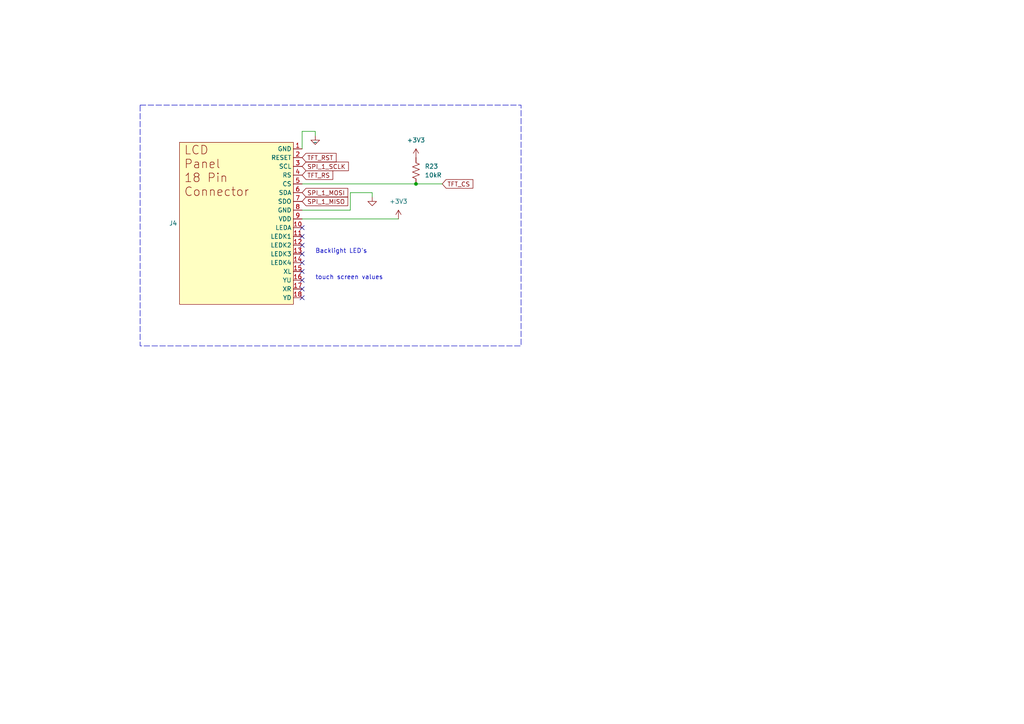
<source format=kicad_sch>
(kicad_sch (version 20230121) (generator eeschema)
  (paper "A4")
  (title_block (title "LCD_Panel") (date "2024-02-27") (rev "1.0") (company "Sidharth Sreeram"))
  (lib_symbols
    (symbol "Device:R_US" (pin_numbers hide) (pin_names (offset 0))
      (property "Reference" "R" (at 2.54 0 90))
      (property "Value" "R_US" (at -2.54 0 90))
      (symbol "R_US_0_1"
        (polyline (pts (xy 0 -2.286) (xy 0 -2.54)))
        (polyline (pts (xy 0 2.286) (xy 0 2.54)))
        (polyline (pts (xy 0 -0.762) (xy 1.016 -1.143) (xy 0 -1.524) (xy -1.016 -1.905) (xy 0 -2.286)))
        (polyline (pts (xy 0 0.762) (xy 1.016 0.381) (xy 0 0) (xy -1.016 -0.381) (xy 0 -0.762)))
        (polyline (pts (xy 0 2.286) (xy 1.016 1.905) (xy 0 1.524) (xy -1.016 1.143) (xy 0 0.762)))
      )
      (symbol "R_US_1_1"
        (pin passive line (at 0 3.81 270) (length 1.27) (name "~") (number "1"))
        (pin passive line (at 0 -3.81 90) (length 1.27) (name "~") (number "2"))
      )
    )
    (symbol "ResinPrinter:LCD_Film_Connector"
      (property "Reference" "J" (at -4.445 22.225 0))
      (symbol "LCD_Film_Connector_1_1"
        (rectangle (start 1.905 22.225) (end 34.925 -24.765) (fill (type background)))
        (text "LCD\nPanel\n18 Pin\nConnector" (at 33.655 13.97 0) (effects (font (size 2.5 2.5)) (justify right)))
        (pin bidirectional line (at -0.635 20.32 0) (length 2.54) (name "GND") (number "1"))
        (pin bidirectional line (at -0.635 -2.54 0) (length 2.54) (name "LEDA") (number "10"))
        (pin bidirectional line (at -0.635 -5.08 0) (length 2.54) (name "LEDK1") (number "11"))
        (pin bidirectional line (at -0.635 -7.62 0) (length 2.54) (name "LEDK2") (number "12"))
        (pin bidirectional line (at -0.635 -10.16 0) (length 2.54) (name "LEDK3") (number "13"))
        (pin bidirectional line (at -0.635 -12.7 0) (length 2.54) (name "LEDK4") (number "14"))
        (pin bidirectional line (at -0.635 -15.24 0) (length 2.54) (name "XL") (number "15"))
        (pin bidirectional line (at -0.635 -17.78 0) (length 2.54) (name "YU") (number "16"))
        (pin bidirectional line (at -0.635 -20.32 0) (length 2.54) (name "XR") (number "17"))
        (pin bidirectional line (at -0.635 -22.86 0) (length 2.54) (name "YD") (number "18"))
        (pin bidirectional line (at -0.635 17.78 0) (length 2.54) (name "RESET") (number "2"))
        (pin bidirectional line (at -0.635 15.24 0) (length 2.54) (name "SCL") (number "3"))
        (pin bidirectional line (at -0.635 12.7 0) (length 2.54) (name "RS") (number "4"))
        (pin bidirectional line (at -0.635 10.16 0) (length 2.54) (name "CS") (number "5"))
        (pin bidirectional line (at -0.635 7.62 0) (length 2.54) (name "SDA") (number "6"))
        (pin bidirectional line (at -0.635 5.08 0) (length 2.54) (name "SDO") (number "7"))
        (pin bidirectional line (at -0.635 2.54 0) (length 2.54) (name "GND") (number "8"))
        (pin bidirectional line (at -0.635 0 0) (length 2.54) (name "VDD") (number "9"))
      )
    )
    (symbol "power:+3V3" (power) (pin_names (offset 0))
      (property "Value" "+3V3" (at 0 3.556 0))
      (symbol "+3V3_0_1"
        (polyline (pts (xy -0.762 1.27) (xy 0 2.54)))
        (polyline (pts (xy 0 0) (xy 0 2.54)))
        (polyline (pts (xy 0 2.54) (xy 0.762 1.27)))
      )
      (symbol "+3V3_1_1"
        (pin power_in line (at 0 0 90) (length 0) hide (name "+3V3") (number "1"))
      )
    )
    (symbol "power:GND" (power) (pin_names (offset 0))
      (property "Value" "GND" (at 0 -3.81 0))
      (symbol "GND_0_1"
        (polyline (pts (xy 0 0) (xy 0 -1.27) (xy 1.27 -1.27) (xy 0 -2.54) (xy -1.27 -1.27) (xy 0 -1.27)))
      )
      (symbol "GND_1_1"
        (pin power_in line (at 0 0 270) (length 0) hide (name "GND") (number "1"))
      )
    )
  )
  (junction (at 120.65 53.34))
  (no_connect (at 87.63 66.04))
  (no_connect (at 87.63 71.12))
  (no_connect (at 87.63 86.36))
  (no_connect (at 87.63 73.66))
  (no_connect (at 87.63 83.82))
  (no_connect (at 87.63 76.2))
  (no_connect (at 87.63 78.74))
  (no_connect (at 87.63 68.58))
  (no_connect (at 87.63 81.28))
  (wire (pts (xy 101.6 55.88) (xy 107.95 55.88)))
  (wire (pts (xy 87.63 60.96) (xy 101.6 60.96)))
  (wire (pts (xy 101.6 60.96) (xy 101.6 55.88)))
  (wire (pts (xy 87.63 63.5) (xy 115.57 63.5)))
  (wire (pts (xy 87.63 43.18) (xy 87.63 38.1)))
  (wire (pts (xy 87.63 38.1) (xy 91.44 38.1)))
  (wire (pts (xy 120.65 53.34) (xy 87.63 53.34)))
  (wire (pts (xy 107.95 55.88) (xy 107.95 57.15)))
  (wire (pts (xy 91.44 38.1) (xy 91.44 39.37)))
  (wire (pts (xy 128.27 53.34) (xy 120.65 53.34)))
  (rectangle (start 40.64 30.48) (end 151.13 100.33) (stroke (width 0) (type dash)))
  (text "Backlight LED's\n" (at 91.44 73.66 0) (effects (font (size 1.27 1.27)) (justify left bottom)))
  (text "touch screen values" (at 91.44 81.28 0) (effects (font (size 1.27 1.27)) (justify left bottom)))
  (global_label "TFT_RST" (shape input) (at 87.63 45.72 0) (property "Intersheetrefs" "${INTERSHEET_REFS}" (effects hide)))
  (global_label "TFT_RS" (shape input) (at 87.63 50.8 0) (property "Intersheetrefs" "${INTERSHEET_REFS}" (effects hide)))
  (global_label "SPI_1_SCLK" (shape input) (at 87.63 48.26 0) (property "Intersheetrefs" "${INTERSHEET_REFS}" (effects hide)))
  (global_label "SPI_1_MOSI" (shape input) (at 87.63 55.88 0) (property "Intersheetrefs" "${INTERSHEET_REFS}" (effects hide)))
  (global_label "SPI_1_MISO" (shape input) (at 87.63 58.42 0) (property "Intersheetrefs" "${INTERSHEET_REFS}" (effects hide)))
  (global_label "TFT_CS" (shape input) (at 128.27 53.34 0) (property "Intersheetrefs" "${INTERSHEET_REFS}" (effects hide)))
  (symbol (lib_id "power:GND") (at 91.44 39.37 0) (unit 1)
    (property "Reference" "#PWR012" (effects hide))
    (property "Value" "GND" (effects hide))
  )
  (symbol (lib_id "Device:R_US") (at 120.65 49.53 0) (unit 1)
    (property "Reference" "R23" (at 123.19 48.26 0) (effects (justify left)))
    (property "Value" "10kR" (at 123.19 50.8 0) (effects (justify left)))
  )
  (symbol (lib_id "power:GND") (at 107.95 57.15 0) (unit 1)
    (property "Reference" "#PWR014" (effects hide))
    (property "Value" "GND" (effects hide))
  )
  (symbol (lib_id "power:+3V3") (at 120.65 45.72 0) (unit 1)
    (property "Reference" "#PWR029" (effects hide))
    (property "Value" "+3V3" (at 120.65 40.64 0))
  )
  (symbol (lib_id "power:+3V3") (at 115.57 63.5 0) (unit 1)
    (property "Reference" "#PWR013" (effects hide))
    (property "Value" "+3V3" (at 115.57 58.42 0))
  )
  (symbol (lib_id "ResinPrinter:LCD_Film_Connector") (at 86.995 63.5 0) (mirror y) (unit 1)
    (property "Reference" "J4" (at 51.435 64.77 0) (effects (justify left)))
    (property "Value" "~" (at 91.44 41.275 0))
  )
)
</source>
